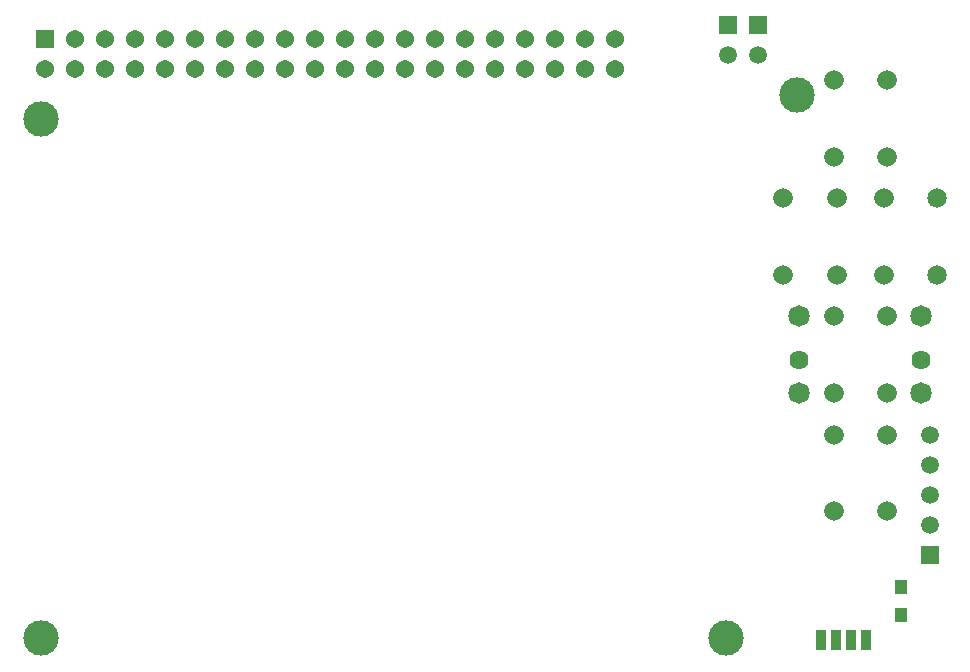
<source format=gts>
%FSLAX43Y43*%
%MOMM*%
G71*
G01*
G75*
G04 Layer_Color=8388736*
%ADD10R,0.800X1.800*%
%ADD11R,1.100X1.250*%
%ADD12C,1.500*%
%ADD13C,0.250*%
%ADD14C,0.300*%
%ADD15C,0.400*%
%ADD16C,0.500*%
%ADD17C,0.350*%
%ADD18C,1.650*%
%ADD19O,1.600X1.650*%
%ADD20C,1.600*%
%ADD21C,1.800*%
%ADD22C,1.520*%
%ADD23R,1.520X1.520*%
%ADD24R,1.500X1.500*%
%ADD25C,0.800*%
%ADD26R,1.400X2.000*%
%ADD27R,0.787X0.711*%
%ADD28R,0.760X2.400*%
%ADD29R,1.800X2.000*%
%ADD30R,0.250X1.100*%
%ADD31C,1.016*%
%ADD32O,2.200X0.600*%
%ADD33O,1.600X0.385*%
%ADD34R,0.711X0.787*%
%ADD35R,0.724X0.559*%
%ADD36R,0.762X0.787*%
%ADD37R,0.787X0.762*%
%ADD38R,1.050X0.600*%
%ADD39R,1.194X0.787*%
%ADD40R,1.200X0.250*%
%ADD41R,1.600X2.400*%
%ADD42C,0.800*%
%ADD43C,0.600*%
%ADD44C,0.475*%
%ADD45R,0.825X1.600*%
%ADD46C,0.200*%
%ADD47C,0.150*%
%ADD48C,0.254*%
%ADD49C,0.180*%
%ADD50C,0.160*%
%ADD51R,0.820X1.820*%
%ADD52R,1.120X1.270*%
%ADD53C,3.000*%
%ADD54C,1.670*%
%ADD55O,1.620X1.670*%
%ADD56C,1.620*%
%ADD57C,1.820*%
%ADD58C,1.540*%
%ADD59R,1.540X1.540*%
%ADD60R,1.520X1.520*%
D22*
X79750Y9130D02*
D03*
Y11670D02*
D03*
Y14210D02*
D03*
Y16750D02*
D03*
X62700Y48885D02*
D03*
X65240D02*
D03*
D51*
X70565Y-625D02*
D03*
X71835D02*
D03*
X73105D02*
D03*
X74375D02*
D03*
D52*
X77325Y3800D02*
D03*
Y1450D02*
D03*
D53*
X62500Y-500D02*
D03*
X68500Y45500D02*
D03*
X4500Y43500D02*
D03*
Y-500D02*
D03*
D54*
X76130Y16750D02*
D03*
Y10250D02*
D03*
X71630Y16750D02*
D03*
Y10250D02*
D03*
X75900Y36750D02*
D03*
Y30250D02*
D03*
X76130Y26750D02*
D03*
Y20250D02*
D03*
X71630Y26750D02*
D03*
Y20250D02*
D03*
X71875Y36750D02*
D03*
Y30250D02*
D03*
X67375Y36750D02*
D03*
Y30250D02*
D03*
X76130Y46750D02*
D03*
Y40250D02*
D03*
X71630Y46750D02*
D03*
Y40250D02*
D03*
D55*
X80400Y36750D02*
D03*
Y30250D02*
D03*
D56*
X79030Y23050D02*
D03*
X68730D02*
D03*
D57*
Y26750D02*
D03*
X79030D02*
D03*
X68730Y20250D02*
D03*
X79030D02*
D03*
D58*
X53130Y47730D02*
D03*
Y50270D02*
D03*
X50590Y47730D02*
D03*
Y50270D02*
D03*
X48050Y47730D02*
D03*
Y50270D02*
D03*
X45510Y47730D02*
D03*
Y50270D02*
D03*
X42970Y47730D02*
D03*
Y50270D02*
D03*
X40430Y47730D02*
D03*
Y50270D02*
D03*
X37890Y47730D02*
D03*
Y50270D02*
D03*
X35350Y47730D02*
D03*
Y50270D02*
D03*
X32810Y47730D02*
D03*
Y50270D02*
D03*
X30270Y47730D02*
D03*
Y50270D02*
D03*
X27730Y47730D02*
D03*
Y50270D02*
D03*
X25190Y47730D02*
D03*
Y50270D02*
D03*
X22650Y47730D02*
D03*
Y50270D02*
D03*
X20110Y47730D02*
D03*
Y50270D02*
D03*
X17570Y47730D02*
D03*
Y50270D02*
D03*
X15030Y47730D02*
D03*
Y50270D02*
D03*
X12490Y47730D02*
D03*
Y50270D02*
D03*
X9950Y47730D02*
D03*
Y50270D02*
D03*
X7410Y47730D02*
D03*
Y50270D02*
D03*
X4870Y47730D02*
D03*
D59*
Y50270D02*
D03*
D60*
X79750Y6590D02*
D03*
X62700Y51425D02*
D03*
X65240D02*
D03*
M02*

</source>
